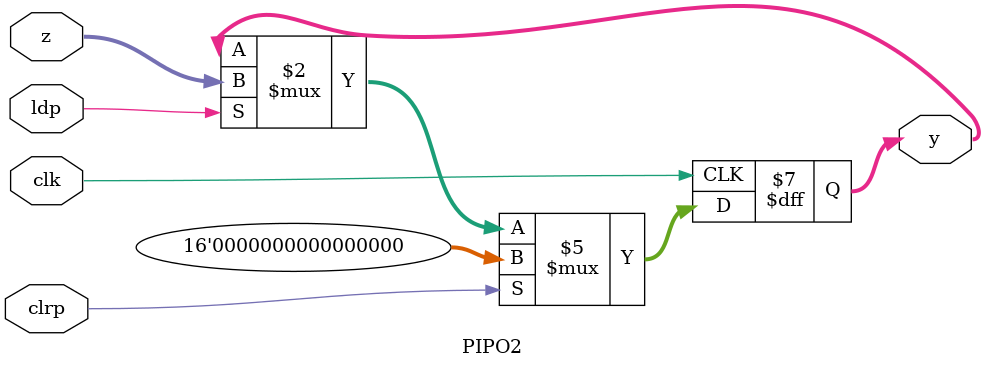
<source format=v>
module PIPO2(y, clk, ldp, clrp, z);
    input clk, ldp, clrp; 
    input [15:0] z;
    output reg [15:0]y;
    always @(posedge clk)
        begin
            if(clrp) y<= 16'b0;
            else if(ldp) y<= z;
        end     
endmodule
</source>
